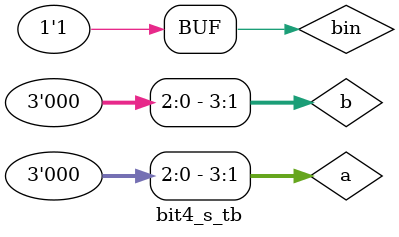
<source format=v>
module full_sub (
    output out,diff,input a,b,cin
);
    wire [2:0]n ;
    xor a1(out, a,b,cin);
    and b1(n[0],a,b);
    and c1(n[1],b,c);
    and d1(n[2],c,a);
    or e1(diff, n[0],n[1],n[2]);
endmodule

module bit4_fs (
    d,b0,a,b,bin
);
    output [3:0]d;
    output b0;
    wire [2:0]bi;
    input [3:0]a,b;
    input bin;

    full_sub sub1(d[0],bi[0],   a[0],~b[0],bin);
    full_sub sub(d[1],bi[1],    a[1],~b[1],bi[0]);
    full_sub sub3(d[2],bi[2],   a[2],~b[2],bi[1]);
    full_sub sub4(d[3],b0,      a[3],~b[3],bi[2]);
endmodule

module bit4_s_tb (
    
);

    wire [3:0]d;
    wire b0;
    reg [3:0]a,b;
    reg bin;
    
    initial begin
        bin=1;
        a=$random;b=$random;#10;
        a=$random;b=$random;#10;
        a=$random;b=$random;#10;
        a=$random;b=$random;#10;
        a=$random;b=$random;#10;
        a=$random;b=$random;#10;
        a=$random;b=$random;#10;
    end
    
    bit4_fs a1(
    d,b0,a,b,bin
);

endmodule

</source>
